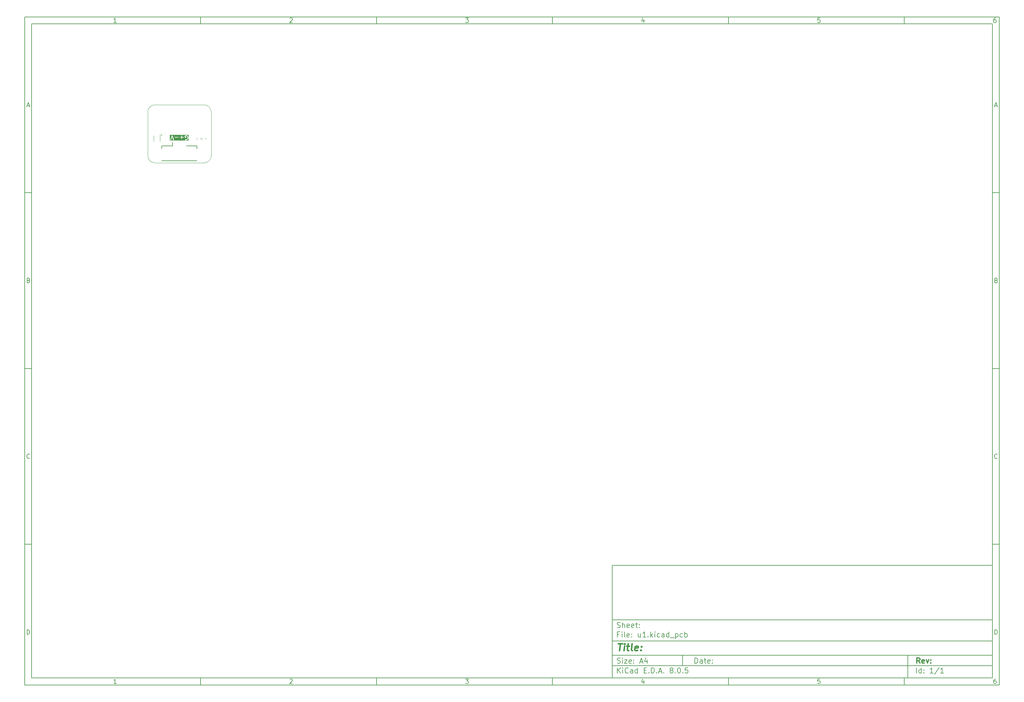
<source format=gto>
%TF.GenerationSoftware,KiCad,Pcbnew,8.0.5*%
%TF.CreationDate,2024-11-25T09:27:33+08:00*%
%TF.ProjectId,u1,75312e6b-6963-4616-945f-706362585858,rev?*%
%TF.SameCoordinates,PX2aea540PY2160ec0*%
%TF.FileFunction,Legend,Top*%
%TF.FilePolarity,Positive*%
%FSLAX46Y46*%
G04 Gerber Fmt 4.6, Leading zero omitted, Abs format (unit mm)*
G04 Created by KiCad (PCBNEW 8.0.5) date 2024-11-25 09:27:33*
%MOMM*%
%LPD*%
G01*
G04 APERTURE LIST*
%ADD10C,0.100000*%
%ADD11C,0.150000*%
%ADD12C,0.300000*%
%ADD13C,0.400000*%
%ADD14C,0.160000*%
%ADD15C,0.200000*%
%ADD16C,0.120000*%
%TA.AperFunction,Profile*%
%ADD17C,0.050000*%
%TD*%
G04 APERTURE END LIST*
D10*
D11*
X132002200Y-131007200D02*
X240002200Y-131007200D01*
X240002200Y-163007200D01*
X132002200Y-163007200D01*
X132002200Y-131007200D01*
D10*
D11*
X-35000000Y25000000D02*
X242002200Y25000000D01*
X242002200Y-165007200D01*
X-35000000Y-165007200D01*
X-35000000Y25000000D01*
D10*
D11*
X-33000000Y23000000D02*
X240002200Y23000000D01*
X240002200Y-163007200D01*
X-33000000Y-163007200D01*
X-33000000Y23000000D01*
D10*
D11*
X15000000Y23000000D02*
X15000000Y25000000D01*
D10*
D11*
X65000000Y23000000D02*
X65000000Y25000000D01*
D10*
D11*
X115000000Y23000000D02*
X115000000Y25000000D01*
D10*
D11*
X165000000Y23000000D02*
X165000000Y25000000D01*
D10*
D11*
X215000000Y23000000D02*
X215000000Y25000000D01*
D10*
D11*
X-8910840Y23406396D02*
X-9653697Y23406396D01*
X-9282269Y23406396D02*
X-9282269Y24706396D01*
X-9282269Y24706396D02*
X-9406078Y24520681D01*
X-9406078Y24520681D02*
X-9529888Y24396872D01*
X-9529888Y24396872D02*
X-9653697Y24334967D01*
D10*
D11*
X40346303Y24582586D02*
X40408207Y24644491D01*
X40408207Y24644491D02*
X40532017Y24706396D01*
X40532017Y24706396D02*
X40841541Y24706396D01*
X40841541Y24706396D02*
X40965350Y24644491D01*
X40965350Y24644491D02*
X41027255Y24582586D01*
X41027255Y24582586D02*
X41089160Y24458777D01*
X41089160Y24458777D02*
X41089160Y24334967D01*
X41089160Y24334967D02*
X41027255Y24149253D01*
X41027255Y24149253D02*
X40284398Y23406396D01*
X40284398Y23406396D02*
X41089160Y23406396D01*
D10*
D11*
X90284398Y24706396D02*
X91089160Y24706396D01*
X91089160Y24706396D02*
X90655826Y24211158D01*
X90655826Y24211158D02*
X90841541Y24211158D01*
X90841541Y24211158D02*
X90965350Y24149253D01*
X90965350Y24149253D02*
X91027255Y24087348D01*
X91027255Y24087348D02*
X91089160Y23963539D01*
X91089160Y23963539D02*
X91089160Y23654015D01*
X91089160Y23654015D02*
X91027255Y23530205D01*
X91027255Y23530205D02*
X90965350Y23468300D01*
X90965350Y23468300D02*
X90841541Y23406396D01*
X90841541Y23406396D02*
X90470112Y23406396D01*
X90470112Y23406396D02*
X90346303Y23468300D01*
X90346303Y23468300D02*
X90284398Y23530205D01*
D10*
D11*
X140965350Y24273062D02*
X140965350Y23406396D01*
X140655826Y24768300D02*
X140346303Y23839729D01*
X140346303Y23839729D02*
X141151064Y23839729D01*
D10*
D11*
X191027255Y24706396D02*
X190408207Y24706396D01*
X190408207Y24706396D02*
X190346303Y24087348D01*
X190346303Y24087348D02*
X190408207Y24149253D01*
X190408207Y24149253D02*
X190532017Y24211158D01*
X190532017Y24211158D02*
X190841541Y24211158D01*
X190841541Y24211158D02*
X190965350Y24149253D01*
X190965350Y24149253D02*
X191027255Y24087348D01*
X191027255Y24087348D02*
X191089160Y23963539D01*
X191089160Y23963539D02*
X191089160Y23654015D01*
X191089160Y23654015D02*
X191027255Y23530205D01*
X191027255Y23530205D02*
X190965350Y23468300D01*
X190965350Y23468300D02*
X190841541Y23406396D01*
X190841541Y23406396D02*
X190532017Y23406396D01*
X190532017Y23406396D02*
X190408207Y23468300D01*
X190408207Y23468300D02*
X190346303Y23530205D01*
D10*
D11*
X240965350Y24706396D02*
X240717731Y24706396D01*
X240717731Y24706396D02*
X240593922Y24644491D01*
X240593922Y24644491D02*
X240532017Y24582586D01*
X240532017Y24582586D02*
X240408207Y24396872D01*
X240408207Y24396872D02*
X240346303Y24149253D01*
X240346303Y24149253D02*
X240346303Y23654015D01*
X240346303Y23654015D02*
X240408207Y23530205D01*
X240408207Y23530205D02*
X240470112Y23468300D01*
X240470112Y23468300D02*
X240593922Y23406396D01*
X240593922Y23406396D02*
X240841541Y23406396D01*
X240841541Y23406396D02*
X240965350Y23468300D01*
X240965350Y23468300D02*
X241027255Y23530205D01*
X241027255Y23530205D02*
X241089160Y23654015D01*
X241089160Y23654015D02*
X241089160Y23963539D01*
X241089160Y23963539D02*
X241027255Y24087348D01*
X241027255Y24087348D02*
X240965350Y24149253D01*
X240965350Y24149253D02*
X240841541Y24211158D01*
X240841541Y24211158D02*
X240593922Y24211158D01*
X240593922Y24211158D02*
X240470112Y24149253D01*
X240470112Y24149253D02*
X240408207Y24087348D01*
X240408207Y24087348D02*
X240346303Y23963539D01*
D10*
D11*
X15000000Y-163007200D02*
X15000000Y-165007200D01*
D10*
D11*
X65000000Y-163007200D02*
X65000000Y-165007200D01*
D10*
D11*
X115000000Y-163007200D02*
X115000000Y-165007200D01*
D10*
D11*
X165000000Y-163007200D02*
X165000000Y-165007200D01*
D10*
D11*
X215000000Y-163007200D02*
X215000000Y-165007200D01*
D10*
D11*
X-8910840Y-164600804D02*
X-9653697Y-164600804D01*
X-9282269Y-164600804D02*
X-9282269Y-163300804D01*
X-9282269Y-163300804D02*
X-9406078Y-163486519D01*
X-9406078Y-163486519D02*
X-9529888Y-163610328D01*
X-9529888Y-163610328D02*
X-9653697Y-163672233D01*
D10*
D11*
X40346303Y-163424614D02*
X40408207Y-163362709D01*
X40408207Y-163362709D02*
X40532017Y-163300804D01*
X40532017Y-163300804D02*
X40841541Y-163300804D01*
X40841541Y-163300804D02*
X40965350Y-163362709D01*
X40965350Y-163362709D02*
X41027255Y-163424614D01*
X41027255Y-163424614D02*
X41089160Y-163548423D01*
X41089160Y-163548423D02*
X41089160Y-163672233D01*
X41089160Y-163672233D02*
X41027255Y-163857947D01*
X41027255Y-163857947D02*
X40284398Y-164600804D01*
X40284398Y-164600804D02*
X41089160Y-164600804D01*
D10*
D11*
X90284398Y-163300804D02*
X91089160Y-163300804D01*
X91089160Y-163300804D02*
X90655826Y-163796042D01*
X90655826Y-163796042D02*
X90841541Y-163796042D01*
X90841541Y-163796042D02*
X90965350Y-163857947D01*
X90965350Y-163857947D02*
X91027255Y-163919852D01*
X91027255Y-163919852D02*
X91089160Y-164043661D01*
X91089160Y-164043661D02*
X91089160Y-164353185D01*
X91089160Y-164353185D02*
X91027255Y-164476995D01*
X91027255Y-164476995D02*
X90965350Y-164538900D01*
X90965350Y-164538900D02*
X90841541Y-164600804D01*
X90841541Y-164600804D02*
X90470112Y-164600804D01*
X90470112Y-164600804D02*
X90346303Y-164538900D01*
X90346303Y-164538900D02*
X90284398Y-164476995D01*
D10*
D11*
X140965350Y-163734138D02*
X140965350Y-164600804D01*
X140655826Y-163238900D02*
X140346303Y-164167471D01*
X140346303Y-164167471D02*
X141151064Y-164167471D01*
D10*
D11*
X191027255Y-163300804D02*
X190408207Y-163300804D01*
X190408207Y-163300804D02*
X190346303Y-163919852D01*
X190346303Y-163919852D02*
X190408207Y-163857947D01*
X190408207Y-163857947D02*
X190532017Y-163796042D01*
X190532017Y-163796042D02*
X190841541Y-163796042D01*
X190841541Y-163796042D02*
X190965350Y-163857947D01*
X190965350Y-163857947D02*
X191027255Y-163919852D01*
X191027255Y-163919852D02*
X191089160Y-164043661D01*
X191089160Y-164043661D02*
X191089160Y-164353185D01*
X191089160Y-164353185D02*
X191027255Y-164476995D01*
X191027255Y-164476995D02*
X190965350Y-164538900D01*
X190965350Y-164538900D02*
X190841541Y-164600804D01*
X190841541Y-164600804D02*
X190532017Y-164600804D01*
X190532017Y-164600804D02*
X190408207Y-164538900D01*
X190408207Y-164538900D02*
X190346303Y-164476995D01*
D10*
D11*
X240965350Y-163300804D02*
X240717731Y-163300804D01*
X240717731Y-163300804D02*
X240593922Y-163362709D01*
X240593922Y-163362709D02*
X240532017Y-163424614D01*
X240532017Y-163424614D02*
X240408207Y-163610328D01*
X240408207Y-163610328D02*
X240346303Y-163857947D01*
X240346303Y-163857947D02*
X240346303Y-164353185D01*
X240346303Y-164353185D02*
X240408207Y-164476995D01*
X240408207Y-164476995D02*
X240470112Y-164538900D01*
X240470112Y-164538900D02*
X240593922Y-164600804D01*
X240593922Y-164600804D02*
X240841541Y-164600804D01*
X240841541Y-164600804D02*
X240965350Y-164538900D01*
X240965350Y-164538900D02*
X241027255Y-164476995D01*
X241027255Y-164476995D02*
X241089160Y-164353185D01*
X241089160Y-164353185D02*
X241089160Y-164043661D01*
X241089160Y-164043661D02*
X241027255Y-163919852D01*
X241027255Y-163919852D02*
X240965350Y-163857947D01*
X240965350Y-163857947D02*
X240841541Y-163796042D01*
X240841541Y-163796042D02*
X240593922Y-163796042D01*
X240593922Y-163796042D02*
X240470112Y-163857947D01*
X240470112Y-163857947D02*
X240408207Y-163919852D01*
X240408207Y-163919852D02*
X240346303Y-164043661D01*
D10*
D11*
X-35000000Y-25000000D02*
X-33000000Y-25000000D01*
D10*
D11*
X-35000000Y-75000000D02*
X-33000000Y-75000000D01*
D10*
D11*
X-35000000Y-125000000D02*
X-33000000Y-125000000D01*
D10*
D11*
X-34309524Y-222176D02*
X-33690477Y-222176D01*
X-34433334Y-593604D02*
X-34000001Y706396D01*
X-34000001Y706396D02*
X-33566667Y-593604D01*
D10*
D11*
X-33907143Y-49912652D02*
X-33721429Y-49974557D01*
X-33721429Y-49974557D02*
X-33659524Y-50036461D01*
X-33659524Y-50036461D02*
X-33597620Y-50160271D01*
X-33597620Y-50160271D02*
X-33597620Y-50345985D01*
X-33597620Y-50345985D02*
X-33659524Y-50469795D01*
X-33659524Y-50469795D02*
X-33721429Y-50531700D01*
X-33721429Y-50531700D02*
X-33845239Y-50593604D01*
X-33845239Y-50593604D02*
X-34340477Y-50593604D01*
X-34340477Y-50593604D02*
X-34340477Y-49293604D01*
X-34340477Y-49293604D02*
X-33907143Y-49293604D01*
X-33907143Y-49293604D02*
X-33783334Y-49355509D01*
X-33783334Y-49355509D02*
X-33721429Y-49417414D01*
X-33721429Y-49417414D02*
X-33659524Y-49541223D01*
X-33659524Y-49541223D02*
X-33659524Y-49665033D01*
X-33659524Y-49665033D02*
X-33721429Y-49788842D01*
X-33721429Y-49788842D02*
X-33783334Y-49850747D01*
X-33783334Y-49850747D02*
X-33907143Y-49912652D01*
X-33907143Y-49912652D02*
X-34340477Y-49912652D01*
D10*
D11*
X-33597620Y-100469795D02*
X-33659524Y-100531700D01*
X-33659524Y-100531700D02*
X-33845239Y-100593604D01*
X-33845239Y-100593604D02*
X-33969048Y-100593604D01*
X-33969048Y-100593604D02*
X-34154762Y-100531700D01*
X-34154762Y-100531700D02*
X-34278572Y-100407890D01*
X-34278572Y-100407890D02*
X-34340477Y-100284080D01*
X-34340477Y-100284080D02*
X-34402381Y-100036461D01*
X-34402381Y-100036461D02*
X-34402381Y-99850747D01*
X-34402381Y-99850747D02*
X-34340477Y-99603128D01*
X-34340477Y-99603128D02*
X-34278572Y-99479319D01*
X-34278572Y-99479319D02*
X-34154762Y-99355509D01*
X-34154762Y-99355509D02*
X-33969048Y-99293604D01*
X-33969048Y-99293604D02*
X-33845239Y-99293604D01*
X-33845239Y-99293604D02*
X-33659524Y-99355509D01*
X-33659524Y-99355509D02*
X-33597620Y-99417414D01*
D10*
D11*
X-34340477Y-150593604D02*
X-34340477Y-149293604D01*
X-34340477Y-149293604D02*
X-34030953Y-149293604D01*
X-34030953Y-149293604D02*
X-33845239Y-149355509D01*
X-33845239Y-149355509D02*
X-33721429Y-149479319D01*
X-33721429Y-149479319D02*
X-33659524Y-149603128D01*
X-33659524Y-149603128D02*
X-33597620Y-149850747D01*
X-33597620Y-149850747D02*
X-33597620Y-150036461D01*
X-33597620Y-150036461D02*
X-33659524Y-150284080D01*
X-33659524Y-150284080D02*
X-33721429Y-150407890D01*
X-33721429Y-150407890D02*
X-33845239Y-150531700D01*
X-33845239Y-150531700D02*
X-34030953Y-150593604D01*
X-34030953Y-150593604D02*
X-34340477Y-150593604D01*
D10*
D11*
X242002200Y-25000000D02*
X240002200Y-25000000D01*
D10*
D11*
X242002200Y-75000000D02*
X240002200Y-75000000D01*
D10*
D11*
X242002200Y-125000000D02*
X240002200Y-125000000D01*
D10*
D11*
X240692676Y-222176D02*
X241311723Y-222176D01*
X240568866Y-593604D02*
X241002199Y706396D01*
X241002199Y706396D02*
X241435533Y-593604D01*
D10*
D11*
X241095057Y-49912652D02*
X241280771Y-49974557D01*
X241280771Y-49974557D02*
X241342676Y-50036461D01*
X241342676Y-50036461D02*
X241404580Y-50160271D01*
X241404580Y-50160271D02*
X241404580Y-50345985D01*
X241404580Y-50345985D02*
X241342676Y-50469795D01*
X241342676Y-50469795D02*
X241280771Y-50531700D01*
X241280771Y-50531700D02*
X241156961Y-50593604D01*
X241156961Y-50593604D02*
X240661723Y-50593604D01*
X240661723Y-50593604D02*
X240661723Y-49293604D01*
X240661723Y-49293604D02*
X241095057Y-49293604D01*
X241095057Y-49293604D02*
X241218866Y-49355509D01*
X241218866Y-49355509D02*
X241280771Y-49417414D01*
X241280771Y-49417414D02*
X241342676Y-49541223D01*
X241342676Y-49541223D02*
X241342676Y-49665033D01*
X241342676Y-49665033D02*
X241280771Y-49788842D01*
X241280771Y-49788842D02*
X241218866Y-49850747D01*
X241218866Y-49850747D02*
X241095057Y-49912652D01*
X241095057Y-49912652D02*
X240661723Y-49912652D01*
D10*
D11*
X241404580Y-100469795D02*
X241342676Y-100531700D01*
X241342676Y-100531700D02*
X241156961Y-100593604D01*
X241156961Y-100593604D02*
X241033152Y-100593604D01*
X241033152Y-100593604D02*
X240847438Y-100531700D01*
X240847438Y-100531700D02*
X240723628Y-100407890D01*
X240723628Y-100407890D02*
X240661723Y-100284080D01*
X240661723Y-100284080D02*
X240599819Y-100036461D01*
X240599819Y-100036461D02*
X240599819Y-99850747D01*
X240599819Y-99850747D02*
X240661723Y-99603128D01*
X240661723Y-99603128D02*
X240723628Y-99479319D01*
X240723628Y-99479319D02*
X240847438Y-99355509D01*
X240847438Y-99355509D02*
X241033152Y-99293604D01*
X241033152Y-99293604D02*
X241156961Y-99293604D01*
X241156961Y-99293604D02*
X241342676Y-99355509D01*
X241342676Y-99355509D02*
X241404580Y-99417414D01*
D10*
D11*
X240661723Y-150593604D02*
X240661723Y-149293604D01*
X240661723Y-149293604D02*
X240971247Y-149293604D01*
X240971247Y-149293604D02*
X241156961Y-149355509D01*
X241156961Y-149355509D02*
X241280771Y-149479319D01*
X241280771Y-149479319D02*
X241342676Y-149603128D01*
X241342676Y-149603128D02*
X241404580Y-149850747D01*
X241404580Y-149850747D02*
X241404580Y-150036461D01*
X241404580Y-150036461D02*
X241342676Y-150284080D01*
X241342676Y-150284080D02*
X241280771Y-150407890D01*
X241280771Y-150407890D02*
X241156961Y-150531700D01*
X241156961Y-150531700D02*
X240971247Y-150593604D01*
X240971247Y-150593604D02*
X240661723Y-150593604D01*
D10*
D11*
X155458026Y-158793328D02*
X155458026Y-157293328D01*
X155458026Y-157293328D02*
X155815169Y-157293328D01*
X155815169Y-157293328D02*
X156029455Y-157364757D01*
X156029455Y-157364757D02*
X156172312Y-157507614D01*
X156172312Y-157507614D02*
X156243741Y-157650471D01*
X156243741Y-157650471D02*
X156315169Y-157936185D01*
X156315169Y-157936185D02*
X156315169Y-158150471D01*
X156315169Y-158150471D02*
X156243741Y-158436185D01*
X156243741Y-158436185D02*
X156172312Y-158579042D01*
X156172312Y-158579042D02*
X156029455Y-158721900D01*
X156029455Y-158721900D02*
X155815169Y-158793328D01*
X155815169Y-158793328D02*
X155458026Y-158793328D01*
X157600884Y-158793328D02*
X157600884Y-158007614D01*
X157600884Y-158007614D02*
X157529455Y-157864757D01*
X157529455Y-157864757D02*
X157386598Y-157793328D01*
X157386598Y-157793328D02*
X157100884Y-157793328D01*
X157100884Y-157793328D02*
X156958026Y-157864757D01*
X157600884Y-158721900D02*
X157458026Y-158793328D01*
X157458026Y-158793328D02*
X157100884Y-158793328D01*
X157100884Y-158793328D02*
X156958026Y-158721900D01*
X156958026Y-158721900D02*
X156886598Y-158579042D01*
X156886598Y-158579042D02*
X156886598Y-158436185D01*
X156886598Y-158436185D02*
X156958026Y-158293328D01*
X156958026Y-158293328D02*
X157100884Y-158221900D01*
X157100884Y-158221900D02*
X157458026Y-158221900D01*
X157458026Y-158221900D02*
X157600884Y-158150471D01*
X158100884Y-157793328D02*
X158672312Y-157793328D01*
X158315169Y-157293328D02*
X158315169Y-158579042D01*
X158315169Y-158579042D02*
X158386598Y-158721900D01*
X158386598Y-158721900D02*
X158529455Y-158793328D01*
X158529455Y-158793328D02*
X158672312Y-158793328D01*
X159743741Y-158721900D02*
X159600884Y-158793328D01*
X159600884Y-158793328D02*
X159315170Y-158793328D01*
X159315170Y-158793328D02*
X159172312Y-158721900D01*
X159172312Y-158721900D02*
X159100884Y-158579042D01*
X159100884Y-158579042D02*
X159100884Y-158007614D01*
X159100884Y-158007614D02*
X159172312Y-157864757D01*
X159172312Y-157864757D02*
X159315170Y-157793328D01*
X159315170Y-157793328D02*
X159600884Y-157793328D01*
X159600884Y-157793328D02*
X159743741Y-157864757D01*
X159743741Y-157864757D02*
X159815170Y-158007614D01*
X159815170Y-158007614D02*
X159815170Y-158150471D01*
X159815170Y-158150471D02*
X159100884Y-158293328D01*
X160458026Y-158650471D02*
X160529455Y-158721900D01*
X160529455Y-158721900D02*
X160458026Y-158793328D01*
X160458026Y-158793328D02*
X160386598Y-158721900D01*
X160386598Y-158721900D02*
X160458026Y-158650471D01*
X160458026Y-158650471D02*
X160458026Y-158793328D01*
X160458026Y-157864757D02*
X160529455Y-157936185D01*
X160529455Y-157936185D02*
X160458026Y-158007614D01*
X160458026Y-158007614D02*
X160386598Y-157936185D01*
X160386598Y-157936185D02*
X160458026Y-157864757D01*
X160458026Y-157864757D02*
X160458026Y-158007614D01*
D10*
D11*
X132002200Y-159507200D02*
X240002200Y-159507200D01*
D10*
D11*
X133458026Y-161593328D02*
X133458026Y-160093328D01*
X134315169Y-161593328D02*
X133672312Y-160736185D01*
X134315169Y-160093328D02*
X133458026Y-160950471D01*
X134958026Y-161593328D02*
X134958026Y-160593328D01*
X134958026Y-160093328D02*
X134886598Y-160164757D01*
X134886598Y-160164757D02*
X134958026Y-160236185D01*
X134958026Y-160236185D02*
X135029455Y-160164757D01*
X135029455Y-160164757D02*
X134958026Y-160093328D01*
X134958026Y-160093328D02*
X134958026Y-160236185D01*
X136529455Y-161450471D02*
X136458027Y-161521900D01*
X136458027Y-161521900D02*
X136243741Y-161593328D01*
X136243741Y-161593328D02*
X136100884Y-161593328D01*
X136100884Y-161593328D02*
X135886598Y-161521900D01*
X135886598Y-161521900D02*
X135743741Y-161379042D01*
X135743741Y-161379042D02*
X135672312Y-161236185D01*
X135672312Y-161236185D02*
X135600884Y-160950471D01*
X135600884Y-160950471D02*
X135600884Y-160736185D01*
X135600884Y-160736185D02*
X135672312Y-160450471D01*
X135672312Y-160450471D02*
X135743741Y-160307614D01*
X135743741Y-160307614D02*
X135886598Y-160164757D01*
X135886598Y-160164757D02*
X136100884Y-160093328D01*
X136100884Y-160093328D02*
X136243741Y-160093328D01*
X136243741Y-160093328D02*
X136458027Y-160164757D01*
X136458027Y-160164757D02*
X136529455Y-160236185D01*
X137815170Y-161593328D02*
X137815170Y-160807614D01*
X137815170Y-160807614D02*
X137743741Y-160664757D01*
X137743741Y-160664757D02*
X137600884Y-160593328D01*
X137600884Y-160593328D02*
X137315170Y-160593328D01*
X137315170Y-160593328D02*
X137172312Y-160664757D01*
X137815170Y-161521900D02*
X137672312Y-161593328D01*
X137672312Y-161593328D02*
X137315170Y-161593328D01*
X137315170Y-161593328D02*
X137172312Y-161521900D01*
X137172312Y-161521900D02*
X137100884Y-161379042D01*
X137100884Y-161379042D02*
X137100884Y-161236185D01*
X137100884Y-161236185D02*
X137172312Y-161093328D01*
X137172312Y-161093328D02*
X137315170Y-161021900D01*
X137315170Y-161021900D02*
X137672312Y-161021900D01*
X137672312Y-161021900D02*
X137815170Y-160950471D01*
X139172313Y-161593328D02*
X139172313Y-160093328D01*
X139172313Y-161521900D02*
X139029455Y-161593328D01*
X139029455Y-161593328D02*
X138743741Y-161593328D01*
X138743741Y-161593328D02*
X138600884Y-161521900D01*
X138600884Y-161521900D02*
X138529455Y-161450471D01*
X138529455Y-161450471D02*
X138458027Y-161307614D01*
X138458027Y-161307614D02*
X138458027Y-160879042D01*
X138458027Y-160879042D02*
X138529455Y-160736185D01*
X138529455Y-160736185D02*
X138600884Y-160664757D01*
X138600884Y-160664757D02*
X138743741Y-160593328D01*
X138743741Y-160593328D02*
X139029455Y-160593328D01*
X139029455Y-160593328D02*
X139172313Y-160664757D01*
X141029455Y-160807614D02*
X141529455Y-160807614D01*
X141743741Y-161593328D02*
X141029455Y-161593328D01*
X141029455Y-161593328D02*
X141029455Y-160093328D01*
X141029455Y-160093328D02*
X141743741Y-160093328D01*
X142386598Y-161450471D02*
X142458027Y-161521900D01*
X142458027Y-161521900D02*
X142386598Y-161593328D01*
X142386598Y-161593328D02*
X142315170Y-161521900D01*
X142315170Y-161521900D02*
X142386598Y-161450471D01*
X142386598Y-161450471D02*
X142386598Y-161593328D01*
X143100884Y-161593328D02*
X143100884Y-160093328D01*
X143100884Y-160093328D02*
X143458027Y-160093328D01*
X143458027Y-160093328D02*
X143672313Y-160164757D01*
X143672313Y-160164757D02*
X143815170Y-160307614D01*
X143815170Y-160307614D02*
X143886599Y-160450471D01*
X143886599Y-160450471D02*
X143958027Y-160736185D01*
X143958027Y-160736185D02*
X143958027Y-160950471D01*
X143958027Y-160950471D02*
X143886599Y-161236185D01*
X143886599Y-161236185D02*
X143815170Y-161379042D01*
X143815170Y-161379042D02*
X143672313Y-161521900D01*
X143672313Y-161521900D02*
X143458027Y-161593328D01*
X143458027Y-161593328D02*
X143100884Y-161593328D01*
X144600884Y-161450471D02*
X144672313Y-161521900D01*
X144672313Y-161521900D02*
X144600884Y-161593328D01*
X144600884Y-161593328D02*
X144529456Y-161521900D01*
X144529456Y-161521900D02*
X144600884Y-161450471D01*
X144600884Y-161450471D02*
X144600884Y-161593328D01*
X145243742Y-161164757D02*
X145958028Y-161164757D01*
X145100885Y-161593328D02*
X145600885Y-160093328D01*
X145600885Y-160093328D02*
X146100885Y-161593328D01*
X146600884Y-161450471D02*
X146672313Y-161521900D01*
X146672313Y-161521900D02*
X146600884Y-161593328D01*
X146600884Y-161593328D02*
X146529456Y-161521900D01*
X146529456Y-161521900D02*
X146600884Y-161450471D01*
X146600884Y-161450471D02*
X146600884Y-161593328D01*
X148672313Y-160736185D02*
X148529456Y-160664757D01*
X148529456Y-160664757D02*
X148458027Y-160593328D01*
X148458027Y-160593328D02*
X148386599Y-160450471D01*
X148386599Y-160450471D02*
X148386599Y-160379042D01*
X148386599Y-160379042D02*
X148458027Y-160236185D01*
X148458027Y-160236185D02*
X148529456Y-160164757D01*
X148529456Y-160164757D02*
X148672313Y-160093328D01*
X148672313Y-160093328D02*
X148958027Y-160093328D01*
X148958027Y-160093328D02*
X149100885Y-160164757D01*
X149100885Y-160164757D02*
X149172313Y-160236185D01*
X149172313Y-160236185D02*
X149243742Y-160379042D01*
X149243742Y-160379042D02*
X149243742Y-160450471D01*
X149243742Y-160450471D02*
X149172313Y-160593328D01*
X149172313Y-160593328D02*
X149100885Y-160664757D01*
X149100885Y-160664757D02*
X148958027Y-160736185D01*
X148958027Y-160736185D02*
X148672313Y-160736185D01*
X148672313Y-160736185D02*
X148529456Y-160807614D01*
X148529456Y-160807614D02*
X148458027Y-160879042D01*
X148458027Y-160879042D02*
X148386599Y-161021900D01*
X148386599Y-161021900D02*
X148386599Y-161307614D01*
X148386599Y-161307614D02*
X148458027Y-161450471D01*
X148458027Y-161450471D02*
X148529456Y-161521900D01*
X148529456Y-161521900D02*
X148672313Y-161593328D01*
X148672313Y-161593328D02*
X148958027Y-161593328D01*
X148958027Y-161593328D02*
X149100885Y-161521900D01*
X149100885Y-161521900D02*
X149172313Y-161450471D01*
X149172313Y-161450471D02*
X149243742Y-161307614D01*
X149243742Y-161307614D02*
X149243742Y-161021900D01*
X149243742Y-161021900D02*
X149172313Y-160879042D01*
X149172313Y-160879042D02*
X149100885Y-160807614D01*
X149100885Y-160807614D02*
X148958027Y-160736185D01*
X149886598Y-161450471D02*
X149958027Y-161521900D01*
X149958027Y-161521900D02*
X149886598Y-161593328D01*
X149886598Y-161593328D02*
X149815170Y-161521900D01*
X149815170Y-161521900D02*
X149886598Y-161450471D01*
X149886598Y-161450471D02*
X149886598Y-161593328D01*
X150886599Y-160093328D02*
X151029456Y-160093328D01*
X151029456Y-160093328D02*
X151172313Y-160164757D01*
X151172313Y-160164757D02*
X151243742Y-160236185D01*
X151243742Y-160236185D02*
X151315170Y-160379042D01*
X151315170Y-160379042D02*
X151386599Y-160664757D01*
X151386599Y-160664757D02*
X151386599Y-161021900D01*
X151386599Y-161021900D02*
X151315170Y-161307614D01*
X151315170Y-161307614D02*
X151243742Y-161450471D01*
X151243742Y-161450471D02*
X151172313Y-161521900D01*
X151172313Y-161521900D02*
X151029456Y-161593328D01*
X151029456Y-161593328D02*
X150886599Y-161593328D01*
X150886599Y-161593328D02*
X150743742Y-161521900D01*
X150743742Y-161521900D02*
X150672313Y-161450471D01*
X150672313Y-161450471D02*
X150600884Y-161307614D01*
X150600884Y-161307614D02*
X150529456Y-161021900D01*
X150529456Y-161021900D02*
X150529456Y-160664757D01*
X150529456Y-160664757D02*
X150600884Y-160379042D01*
X150600884Y-160379042D02*
X150672313Y-160236185D01*
X150672313Y-160236185D02*
X150743742Y-160164757D01*
X150743742Y-160164757D02*
X150886599Y-160093328D01*
X152029455Y-161450471D02*
X152100884Y-161521900D01*
X152100884Y-161521900D02*
X152029455Y-161593328D01*
X152029455Y-161593328D02*
X151958027Y-161521900D01*
X151958027Y-161521900D02*
X152029455Y-161450471D01*
X152029455Y-161450471D02*
X152029455Y-161593328D01*
X153458027Y-160093328D02*
X152743741Y-160093328D01*
X152743741Y-160093328D02*
X152672313Y-160807614D01*
X152672313Y-160807614D02*
X152743741Y-160736185D01*
X152743741Y-160736185D02*
X152886599Y-160664757D01*
X152886599Y-160664757D02*
X153243741Y-160664757D01*
X153243741Y-160664757D02*
X153386599Y-160736185D01*
X153386599Y-160736185D02*
X153458027Y-160807614D01*
X153458027Y-160807614D02*
X153529456Y-160950471D01*
X153529456Y-160950471D02*
X153529456Y-161307614D01*
X153529456Y-161307614D02*
X153458027Y-161450471D01*
X153458027Y-161450471D02*
X153386599Y-161521900D01*
X153386599Y-161521900D02*
X153243741Y-161593328D01*
X153243741Y-161593328D02*
X152886599Y-161593328D01*
X152886599Y-161593328D02*
X152743741Y-161521900D01*
X152743741Y-161521900D02*
X152672313Y-161450471D01*
D10*
D11*
X132002200Y-156507200D02*
X240002200Y-156507200D01*
D10*
D12*
X219413853Y-158785528D02*
X218913853Y-158071242D01*
X218556710Y-158785528D02*
X218556710Y-157285528D01*
X218556710Y-157285528D02*
X219128139Y-157285528D01*
X219128139Y-157285528D02*
X219270996Y-157356957D01*
X219270996Y-157356957D02*
X219342425Y-157428385D01*
X219342425Y-157428385D02*
X219413853Y-157571242D01*
X219413853Y-157571242D02*
X219413853Y-157785528D01*
X219413853Y-157785528D02*
X219342425Y-157928385D01*
X219342425Y-157928385D02*
X219270996Y-157999814D01*
X219270996Y-157999814D02*
X219128139Y-158071242D01*
X219128139Y-158071242D02*
X218556710Y-158071242D01*
X220628139Y-158714100D02*
X220485282Y-158785528D01*
X220485282Y-158785528D02*
X220199568Y-158785528D01*
X220199568Y-158785528D02*
X220056710Y-158714100D01*
X220056710Y-158714100D02*
X219985282Y-158571242D01*
X219985282Y-158571242D02*
X219985282Y-157999814D01*
X219985282Y-157999814D02*
X220056710Y-157856957D01*
X220056710Y-157856957D02*
X220199568Y-157785528D01*
X220199568Y-157785528D02*
X220485282Y-157785528D01*
X220485282Y-157785528D02*
X220628139Y-157856957D01*
X220628139Y-157856957D02*
X220699568Y-157999814D01*
X220699568Y-157999814D02*
X220699568Y-158142671D01*
X220699568Y-158142671D02*
X219985282Y-158285528D01*
X221199567Y-157785528D02*
X221556710Y-158785528D01*
X221556710Y-158785528D02*
X221913853Y-157785528D01*
X222485281Y-158642671D02*
X222556710Y-158714100D01*
X222556710Y-158714100D02*
X222485281Y-158785528D01*
X222485281Y-158785528D02*
X222413853Y-158714100D01*
X222413853Y-158714100D02*
X222485281Y-158642671D01*
X222485281Y-158642671D02*
X222485281Y-158785528D01*
X222485281Y-157856957D02*
X222556710Y-157928385D01*
X222556710Y-157928385D02*
X222485281Y-157999814D01*
X222485281Y-157999814D02*
X222413853Y-157928385D01*
X222413853Y-157928385D02*
X222485281Y-157856957D01*
X222485281Y-157856957D02*
X222485281Y-157999814D01*
D10*
D11*
X133386598Y-158721900D02*
X133600884Y-158793328D01*
X133600884Y-158793328D02*
X133958026Y-158793328D01*
X133958026Y-158793328D02*
X134100884Y-158721900D01*
X134100884Y-158721900D02*
X134172312Y-158650471D01*
X134172312Y-158650471D02*
X134243741Y-158507614D01*
X134243741Y-158507614D02*
X134243741Y-158364757D01*
X134243741Y-158364757D02*
X134172312Y-158221900D01*
X134172312Y-158221900D02*
X134100884Y-158150471D01*
X134100884Y-158150471D02*
X133958026Y-158079042D01*
X133958026Y-158079042D02*
X133672312Y-158007614D01*
X133672312Y-158007614D02*
X133529455Y-157936185D01*
X133529455Y-157936185D02*
X133458026Y-157864757D01*
X133458026Y-157864757D02*
X133386598Y-157721900D01*
X133386598Y-157721900D02*
X133386598Y-157579042D01*
X133386598Y-157579042D02*
X133458026Y-157436185D01*
X133458026Y-157436185D02*
X133529455Y-157364757D01*
X133529455Y-157364757D02*
X133672312Y-157293328D01*
X133672312Y-157293328D02*
X134029455Y-157293328D01*
X134029455Y-157293328D02*
X134243741Y-157364757D01*
X134886597Y-158793328D02*
X134886597Y-157793328D01*
X134886597Y-157293328D02*
X134815169Y-157364757D01*
X134815169Y-157364757D02*
X134886597Y-157436185D01*
X134886597Y-157436185D02*
X134958026Y-157364757D01*
X134958026Y-157364757D02*
X134886597Y-157293328D01*
X134886597Y-157293328D02*
X134886597Y-157436185D01*
X135458026Y-157793328D02*
X136243741Y-157793328D01*
X136243741Y-157793328D02*
X135458026Y-158793328D01*
X135458026Y-158793328D02*
X136243741Y-158793328D01*
X137386598Y-158721900D02*
X137243741Y-158793328D01*
X137243741Y-158793328D02*
X136958027Y-158793328D01*
X136958027Y-158793328D02*
X136815169Y-158721900D01*
X136815169Y-158721900D02*
X136743741Y-158579042D01*
X136743741Y-158579042D02*
X136743741Y-158007614D01*
X136743741Y-158007614D02*
X136815169Y-157864757D01*
X136815169Y-157864757D02*
X136958027Y-157793328D01*
X136958027Y-157793328D02*
X137243741Y-157793328D01*
X137243741Y-157793328D02*
X137386598Y-157864757D01*
X137386598Y-157864757D02*
X137458027Y-158007614D01*
X137458027Y-158007614D02*
X137458027Y-158150471D01*
X137458027Y-158150471D02*
X136743741Y-158293328D01*
X138100883Y-158650471D02*
X138172312Y-158721900D01*
X138172312Y-158721900D02*
X138100883Y-158793328D01*
X138100883Y-158793328D02*
X138029455Y-158721900D01*
X138029455Y-158721900D02*
X138100883Y-158650471D01*
X138100883Y-158650471D02*
X138100883Y-158793328D01*
X138100883Y-157864757D02*
X138172312Y-157936185D01*
X138172312Y-157936185D02*
X138100883Y-158007614D01*
X138100883Y-158007614D02*
X138029455Y-157936185D01*
X138029455Y-157936185D02*
X138100883Y-157864757D01*
X138100883Y-157864757D02*
X138100883Y-158007614D01*
X139886598Y-158364757D02*
X140600884Y-158364757D01*
X139743741Y-158793328D02*
X140243741Y-157293328D01*
X140243741Y-157293328D02*
X140743741Y-158793328D01*
X141886598Y-157793328D02*
X141886598Y-158793328D01*
X141529455Y-157221900D02*
X141172312Y-158293328D01*
X141172312Y-158293328D02*
X142100883Y-158293328D01*
D10*
D11*
X218458026Y-161593328D02*
X218458026Y-160093328D01*
X219815170Y-161593328D02*
X219815170Y-160093328D01*
X219815170Y-161521900D02*
X219672312Y-161593328D01*
X219672312Y-161593328D02*
X219386598Y-161593328D01*
X219386598Y-161593328D02*
X219243741Y-161521900D01*
X219243741Y-161521900D02*
X219172312Y-161450471D01*
X219172312Y-161450471D02*
X219100884Y-161307614D01*
X219100884Y-161307614D02*
X219100884Y-160879042D01*
X219100884Y-160879042D02*
X219172312Y-160736185D01*
X219172312Y-160736185D02*
X219243741Y-160664757D01*
X219243741Y-160664757D02*
X219386598Y-160593328D01*
X219386598Y-160593328D02*
X219672312Y-160593328D01*
X219672312Y-160593328D02*
X219815170Y-160664757D01*
X220529455Y-161450471D02*
X220600884Y-161521900D01*
X220600884Y-161521900D02*
X220529455Y-161593328D01*
X220529455Y-161593328D02*
X220458027Y-161521900D01*
X220458027Y-161521900D02*
X220529455Y-161450471D01*
X220529455Y-161450471D02*
X220529455Y-161593328D01*
X220529455Y-160664757D02*
X220600884Y-160736185D01*
X220600884Y-160736185D02*
X220529455Y-160807614D01*
X220529455Y-160807614D02*
X220458027Y-160736185D01*
X220458027Y-160736185D02*
X220529455Y-160664757D01*
X220529455Y-160664757D02*
X220529455Y-160807614D01*
X223172313Y-161593328D02*
X222315170Y-161593328D01*
X222743741Y-161593328D02*
X222743741Y-160093328D01*
X222743741Y-160093328D02*
X222600884Y-160307614D01*
X222600884Y-160307614D02*
X222458027Y-160450471D01*
X222458027Y-160450471D02*
X222315170Y-160521900D01*
X224886598Y-160021900D02*
X223600884Y-161950471D01*
X226172313Y-161593328D02*
X225315170Y-161593328D01*
X225743741Y-161593328D02*
X225743741Y-160093328D01*
X225743741Y-160093328D02*
X225600884Y-160307614D01*
X225600884Y-160307614D02*
X225458027Y-160450471D01*
X225458027Y-160450471D02*
X225315170Y-160521900D01*
D10*
D11*
X132002200Y-152507200D02*
X240002200Y-152507200D01*
D10*
D13*
X133693928Y-153211638D02*
X134836785Y-153211638D01*
X134015357Y-155211638D02*
X134265357Y-153211638D01*
X135253452Y-155211638D02*
X135420119Y-153878304D01*
X135503452Y-153211638D02*
X135396309Y-153306876D01*
X135396309Y-153306876D02*
X135479643Y-153402114D01*
X135479643Y-153402114D02*
X135586786Y-153306876D01*
X135586786Y-153306876D02*
X135503452Y-153211638D01*
X135503452Y-153211638D02*
X135479643Y-153402114D01*
X136086786Y-153878304D02*
X136848690Y-153878304D01*
X136455833Y-153211638D02*
X136241548Y-154925923D01*
X136241548Y-154925923D02*
X136312976Y-155116400D01*
X136312976Y-155116400D02*
X136491548Y-155211638D01*
X136491548Y-155211638D02*
X136682024Y-155211638D01*
X137634405Y-155211638D02*
X137455833Y-155116400D01*
X137455833Y-155116400D02*
X137384405Y-154925923D01*
X137384405Y-154925923D02*
X137598690Y-153211638D01*
X139170119Y-155116400D02*
X138967738Y-155211638D01*
X138967738Y-155211638D02*
X138586785Y-155211638D01*
X138586785Y-155211638D02*
X138408214Y-155116400D01*
X138408214Y-155116400D02*
X138336785Y-154925923D01*
X138336785Y-154925923D02*
X138432024Y-154164019D01*
X138432024Y-154164019D02*
X138551071Y-153973542D01*
X138551071Y-153973542D02*
X138753452Y-153878304D01*
X138753452Y-153878304D02*
X139134404Y-153878304D01*
X139134404Y-153878304D02*
X139312976Y-153973542D01*
X139312976Y-153973542D02*
X139384404Y-154164019D01*
X139384404Y-154164019D02*
X139360595Y-154354495D01*
X139360595Y-154354495D02*
X138384404Y-154544971D01*
X140134405Y-155021161D02*
X140217738Y-155116400D01*
X140217738Y-155116400D02*
X140110595Y-155211638D01*
X140110595Y-155211638D02*
X140027262Y-155116400D01*
X140027262Y-155116400D02*
X140134405Y-155021161D01*
X140134405Y-155021161D02*
X140110595Y-155211638D01*
X140265357Y-153973542D02*
X140348690Y-154068780D01*
X140348690Y-154068780D02*
X140241548Y-154164019D01*
X140241548Y-154164019D02*
X140158214Y-154068780D01*
X140158214Y-154068780D02*
X140265357Y-153973542D01*
X140265357Y-153973542D02*
X140241548Y-154164019D01*
D10*
D11*
X133958026Y-150607614D02*
X133458026Y-150607614D01*
X133458026Y-151393328D02*
X133458026Y-149893328D01*
X133458026Y-149893328D02*
X134172312Y-149893328D01*
X134743740Y-151393328D02*
X134743740Y-150393328D01*
X134743740Y-149893328D02*
X134672312Y-149964757D01*
X134672312Y-149964757D02*
X134743740Y-150036185D01*
X134743740Y-150036185D02*
X134815169Y-149964757D01*
X134815169Y-149964757D02*
X134743740Y-149893328D01*
X134743740Y-149893328D02*
X134743740Y-150036185D01*
X135672312Y-151393328D02*
X135529455Y-151321900D01*
X135529455Y-151321900D02*
X135458026Y-151179042D01*
X135458026Y-151179042D02*
X135458026Y-149893328D01*
X136815169Y-151321900D02*
X136672312Y-151393328D01*
X136672312Y-151393328D02*
X136386598Y-151393328D01*
X136386598Y-151393328D02*
X136243740Y-151321900D01*
X136243740Y-151321900D02*
X136172312Y-151179042D01*
X136172312Y-151179042D02*
X136172312Y-150607614D01*
X136172312Y-150607614D02*
X136243740Y-150464757D01*
X136243740Y-150464757D02*
X136386598Y-150393328D01*
X136386598Y-150393328D02*
X136672312Y-150393328D01*
X136672312Y-150393328D02*
X136815169Y-150464757D01*
X136815169Y-150464757D02*
X136886598Y-150607614D01*
X136886598Y-150607614D02*
X136886598Y-150750471D01*
X136886598Y-150750471D02*
X136172312Y-150893328D01*
X137529454Y-151250471D02*
X137600883Y-151321900D01*
X137600883Y-151321900D02*
X137529454Y-151393328D01*
X137529454Y-151393328D02*
X137458026Y-151321900D01*
X137458026Y-151321900D02*
X137529454Y-151250471D01*
X137529454Y-151250471D02*
X137529454Y-151393328D01*
X137529454Y-150464757D02*
X137600883Y-150536185D01*
X137600883Y-150536185D02*
X137529454Y-150607614D01*
X137529454Y-150607614D02*
X137458026Y-150536185D01*
X137458026Y-150536185D02*
X137529454Y-150464757D01*
X137529454Y-150464757D02*
X137529454Y-150607614D01*
X140029455Y-150393328D02*
X140029455Y-151393328D01*
X139386597Y-150393328D02*
X139386597Y-151179042D01*
X139386597Y-151179042D02*
X139458026Y-151321900D01*
X139458026Y-151321900D02*
X139600883Y-151393328D01*
X139600883Y-151393328D02*
X139815169Y-151393328D01*
X139815169Y-151393328D02*
X139958026Y-151321900D01*
X139958026Y-151321900D02*
X140029455Y-151250471D01*
X141529455Y-151393328D02*
X140672312Y-151393328D01*
X141100883Y-151393328D02*
X141100883Y-149893328D01*
X141100883Y-149893328D02*
X140958026Y-150107614D01*
X140958026Y-150107614D02*
X140815169Y-150250471D01*
X140815169Y-150250471D02*
X140672312Y-150321900D01*
X142172311Y-151250471D02*
X142243740Y-151321900D01*
X142243740Y-151321900D02*
X142172311Y-151393328D01*
X142172311Y-151393328D02*
X142100883Y-151321900D01*
X142100883Y-151321900D02*
X142172311Y-151250471D01*
X142172311Y-151250471D02*
X142172311Y-151393328D01*
X142886597Y-151393328D02*
X142886597Y-149893328D01*
X143029455Y-150821900D02*
X143458026Y-151393328D01*
X143458026Y-150393328D02*
X142886597Y-150964757D01*
X144100883Y-151393328D02*
X144100883Y-150393328D01*
X144100883Y-149893328D02*
X144029455Y-149964757D01*
X144029455Y-149964757D02*
X144100883Y-150036185D01*
X144100883Y-150036185D02*
X144172312Y-149964757D01*
X144172312Y-149964757D02*
X144100883Y-149893328D01*
X144100883Y-149893328D02*
X144100883Y-150036185D01*
X145458027Y-151321900D02*
X145315169Y-151393328D01*
X145315169Y-151393328D02*
X145029455Y-151393328D01*
X145029455Y-151393328D02*
X144886598Y-151321900D01*
X144886598Y-151321900D02*
X144815169Y-151250471D01*
X144815169Y-151250471D02*
X144743741Y-151107614D01*
X144743741Y-151107614D02*
X144743741Y-150679042D01*
X144743741Y-150679042D02*
X144815169Y-150536185D01*
X144815169Y-150536185D02*
X144886598Y-150464757D01*
X144886598Y-150464757D02*
X145029455Y-150393328D01*
X145029455Y-150393328D02*
X145315169Y-150393328D01*
X145315169Y-150393328D02*
X145458027Y-150464757D01*
X146743741Y-151393328D02*
X146743741Y-150607614D01*
X146743741Y-150607614D02*
X146672312Y-150464757D01*
X146672312Y-150464757D02*
X146529455Y-150393328D01*
X146529455Y-150393328D02*
X146243741Y-150393328D01*
X146243741Y-150393328D02*
X146100883Y-150464757D01*
X146743741Y-151321900D02*
X146600883Y-151393328D01*
X146600883Y-151393328D02*
X146243741Y-151393328D01*
X146243741Y-151393328D02*
X146100883Y-151321900D01*
X146100883Y-151321900D02*
X146029455Y-151179042D01*
X146029455Y-151179042D02*
X146029455Y-151036185D01*
X146029455Y-151036185D02*
X146100883Y-150893328D01*
X146100883Y-150893328D02*
X146243741Y-150821900D01*
X146243741Y-150821900D02*
X146600883Y-150821900D01*
X146600883Y-150821900D02*
X146743741Y-150750471D01*
X148100884Y-151393328D02*
X148100884Y-149893328D01*
X148100884Y-151321900D02*
X147958026Y-151393328D01*
X147958026Y-151393328D02*
X147672312Y-151393328D01*
X147672312Y-151393328D02*
X147529455Y-151321900D01*
X147529455Y-151321900D02*
X147458026Y-151250471D01*
X147458026Y-151250471D02*
X147386598Y-151107614D01*
X147386598Y-151107614D02*
X147386598Y-150679042D01*
X147386598Y-150679042D02*
X147458026Y-150536185D01*
X147458026Y-150536185D02*
X147529455Y-150464757D01*
X147529455Y-150464757D02*
X147672312Y-150393328D01*
X147672312Y-150393328D02*
X147958026Y-150393328D01*
X147958026Y-150393328D02*
X148100884Y-150464757D01*
X148458027Y-151536185D02*
X149600884Y-151536185D01*
X149958026Y-150393328D02*
X149958026Y-151893328D01*
X149958026Y-150464757D02*
X150100884Y-150393328D01*
X150100884Y-150393328D02*
X150386598Y-150393328D01*
X150386598Y-150393328D02*
X150529455Y-150464757D01*
X150529455Y-150464757D02*
X150600884Y-150536185D01*
X150600884Y-150536185D02*
X150672312Y-150679042D01*
X150672312Y-150679042D02*
X150672312Y-151107614D01*
X150672312Y-151107614D02*
X150600884Y-151250471D01*
X150600884Y-151250471D02*
X150529455Y-151321900D01*
X150529455Y-151321900D02*
X150386598Y-151393328D01*
X150386598Y-151393328D02*
X150100884Y-151393328D01*
X150100884Y-151393328D02*
X149958026Y-151321900D01*
X151958027Y-151321900D02*
X151815169Y-151393328D01*
X151815169Y-151393328D02*
X151529455Y-151393328D01*
X151529455Y-151393328D02*
X151386598Y-151321900D01*
X151386598Y-151321900D02*
X151315169Y-151250471D01*
X151315169Y-151250471D02*
X151243741Y-151107614D01*
X151243741Y-151107614D02*
X151243741Y-150679042D01*
X151243741Y-150679042D02*
X151315169Y-150536185D01*
X151315169Y-150536185D02*
X151386598Y-150464757D01*
X151386598Y-150464757D02*
X151529455Y-150393328D01*
X151529455Y-150393328D02*
X151815169Y-150393328D01*
X151815169Y-150393328D02*
X151958027Y-150464757D01*
X152600883Y-151393328D02*
X152600883Y-149893328D01*
X152600883Y-150464757D02*
X152743741Y-150393328D01*
X152743741Y-150393328D02*
X153029455Y-150393328D01*
X153029455Y-150393328D02*
X153172312Y-150464757D01*
X153172312Y-150464757D02*
X153243741Y-150536185D01*
X153243741Y-150536185D02*
X153315169Y-150679042D01*
X153315169Y-150679042D02*
X153315169Y-151107614D01*
X153315169Y-151107614D02*
X153243741Y-151250471D01*
X153243741Y-151250471D02*
X153172312Y-151321900D01*
X153172312Y-151321900D02*
X153029455Y-151393328D01*
X153029455Y-151393328D02*
X152743741Y-151393328D01*
X152743741Y-151393328D02*
X152600883Y-151321900D01*
D10*
D11*
X132002200Y-146507200D02*
X240002200Y-146507200D01*
D10*
D11*
X133386598Y-148621900D02*
X133600884Y-148693328D01*
X133600884Y-148693328D02*
X133958026Y-148693328D01*
X133958026Y-148693328D02*
X134100884Y-148621900D01*
X134100884Y-148621900D02*
X134172312Y-148550471D01*
X134172312Y-148550471D02*
X134243741Y-148407614D01*
X134243741Y-148407614D02*
X134243741Y-148264757D01*
X134243741Y-148264757D02*
X134172312Y-148121900D01*
X134172312Y-148121900D02*
X134100884Y-148050471D01*
X134100884Y-148050471D02*
X133958026Y-147979042D01*
X133958026Y-147979042D02*
X133672312Y-147907614D01*
X133672312Y-147907614D02*
X133529455Y-147836185D01*
X133529455Y-147836185D02*
X133458026Y-147764757D01*
X133458026Y-147764757D02*
X133386598Y-147621900D01*
X133386598Y-147621900D02*
X133386598Y-147479042D01*
X133386598Y-147479042D02*
X133458026Y-147336185D01*
X133458026Y-147336185D02*
X133529455Y-147264757D01*
X133529455Y-147264757D02*
X133672312Y-147193328D01*
X133672312Y-147193328D02*
X134029455Y-147193328D01*
X134029455Y-147193328D02*
X134243741Y-147264757D01*
X134886597Y-148693328D02*
X134886597Y-147193328D01*
X135529455Y-148693328D02*
X135529455Y-147907614D01*
X135529455Y-147907614D02*
X135458026Y-147764757D01*
X135458026Y-147764757D02*
X135315169Y-147693328D01*
X135315169Y-147693328D02*
X135100883Y-147693328D01*
X135100883Y-147693328D02*
X134958026Y-147764757D01*
X134958026Y-147764757D02*
X134886597Y-147836185D01*
X136815169Y-148621900D02*
X136672312Y-148693328D01*
X136672312Y-148693328D02*
X136386598Y-148693328D01*
X136386598Y-148693328D02*
X136243740Y-148621900D01*
X136243740Y-148621900D02*
X136172312Y-148479042D01*
X136172312Y-148479042D02*
X136172312Y-147907614D01*
X136172312Y-147907614D02*
X136243740Y-147764757D01*
X136243740Y-147764757D02*
X136386598Y-147693328D01*
X136386598Y-147693328D02*
X136672312Y-147693328D01*
X136672312Y-147693328D02*
X136815169Y-147764757D01*
X136815169Y-147764757D02*
X136886598Y-147907614D01*
X136886598Y-147907614D02*
X136886598Y-148050471D01*
X136886598Y-148050471D02*
X136172312Y-148193328D01*
X138100883Y-148621900D02*
X137958026Y-148693328D01*
X137958026Y-148693328D02*
X137672312Y-148693328D01*
X137672312Y-148693328D02*
X137529454Y-148621900D01*
X137529454Y-148621900D02*
X137458026Y-148479042D01*
X137458026Y-148479042D02*
X137458026Y-147907614D01*
X137458026Y-147907614D02*
X137529454Y-147764757D01*
X137529454Y-147764757D02*
X137672312Y-147693328D01*
X137672312Y-147693328D02*
X137958026Y-147693328D01*
X137958026Y-147693328D02*
X138100883Y-147764757D01*
X138100883Y-147764757D02*
X138172312Y-147907614D01*
X138172312Y-147907614D02*
X138172312Y-148050471D01*
X138172312Y-148050471D02*
X137458026Y-148193328D01*
X138600883Y-147693328D02*
X139172311Y-147693328D01*
X138815168Y-147193328D02*
X138815168Y-148479042D01*
X138815168Y-148479042D02*
X138886597Y-148621900D01*
X138886597Y-148621900D02*
X139029454Y-148693328D01*
X139029454Y-148693328D02*
X139172311Y-148693328D01*
X139672311Y-148550471D02*
X139743740Y-148621900D01*
X139743740Y-148621900D02*
X139672311Y-148693328D01*
X139672311Y-148693328D02*
X139600883Y-148621900D01*
X139600883Y-148621900D02*
X139672311Y-148550471D01*
X139672311Y-148550471D02*
X139672311Y-148693328D01*
X139672311Y-147764757D02*
X139743740Y-147836185D01*
X139743740Y-147836185D02*
X139672311Y-147907614D01*
X139672311Y-147907614D02*
X139600883Y-147836185D01*
X139600883Y-147836185D02*
X139672311Y-147764757D01*
X139672311Y-147764757D02*
X139672311Y-147907614D01*
D10*
D11*
X152002200Y-156507200D02*
X152002200Y-159507200D01*
D10*
D11*
X216002200Y-156507200D02*
X216002200Y-163007200D01*
D14*
X3980000Y-8600000D02*
G75*
G02*
X3820000Y-8600000I-80000J0D01*
G01*
X3820000Y-8600000D02*
G75*
G02*
X3980000Y-8600000I80000J0D01*
G01*
D15*
G36*
X11604760Y-10190590D02*
G01*
X6281737Y-10190590D01*
X6281737Y-9944750D01*
X6415070Y-9944750D01*
X6417836Y-9983670D01*
X6435286Y-10018569D01*
X6464762Y-10044134D01*
X6501778Y-10056472D01*
X6540698Y-10053706D01*
X6575597Y-10036256D01*
X6601162Y-10006780D01*
X6609153Y-9988880D01*
X6914285Y-9073484D01*
X7219417Y-9988880D01*
X7227408Y-10006780D01*
X7252973Y-10036256D01*
X7287872Y-10053706D01*
X7326792Y-10056472D01*
X7363808Y-10044134D01*
X7393284Y-10018568D01*
X7410734Y-9983670D01*
X7413500Y-9944749D01*
X7409153Y-9925634D01*
X7165572Y-9194891D01*
X7616206Y-9194891D01*
X7616206Y-9233909D01*
X7631138Y-9269957D01*
X7658728Y-9297547D01*
X7694776Y-9312479D01*
X7714285Y-9314400D01*
X8628570Y-9314400D01*
X8648079Y-9312479D01*
X8684127Y-9297547D01*
X8711717Y-9269957D01*
X8726649Y-9233909D01*
X8726649Y-9194891D01*
X9101920Y-9194891D01*
X9101920Y-9233909D01*
X9116852Y-9269957D01*
X9144442Y-9297547D01*
X9180490Y-9312479D01*
X9199999Y-9314400D01*
X9557141Y-9314400D01*
X9557141Y-9671542D01*
X9559062Y-9691051D01*
X9573994Y-9727099D01*
X9601584Y-9754689D01*
X9637632Y-9769621D01*
X9676650Y-9769621D01*
X9712698Y-9754689D01*
X9740288Y-9727099D01*
X9755220Y-9691051D01*
X9757141Y-9671542D01*
X9757141Y-9314400D01*
X10114284Y-9314400D01*
X10133793Y-9312479D01*
X10169841Y-9297547D01*
X10197431Y-9269957D01*
X10212363Y-9233909D01*
X10212363Y-9194891D01*
X10197431Y-9158843D01*
X10169841Y-9131253D01*
X10133793Y-9116321D01*
X10114284Y-9114400D01*
X9757141Y-9114400D01*
X9757141Y-8871542D01*
X10528570Y-8871542D01*
X10528570Y-9271542D01*
X10530491Y-9291051D01*
X10545423Y-9327099D01*
X10573013Y-9354689D01*
X10609061Y-9369621D01*
X10628570Y-9371542D01*
X10857141Y-9371542D01*
X10876650Y-9369621D01*
X10912698Y-9354689D01*
X10940288Y-9327099D01*
X10955220Y-9291051D01*
X10955220Y-9252033D01*
X10940288Y-9215985D01*
X10912698Y-9188395D01*
X10876650Y-9173463D01*
X10857141Y-9171542D01*
X10728570Y-9171542D01*
X10728570Y-8912963D01*
X10739730Y-8901803D01*
X10873368Y-8857257D01*
X10955200Y-8857257D01*
X11088836Y-8901802D01*
X11174954Y-8987920D01*
X11219932Y-9077876D01*
X11271427Y-9283852D01*
X11271427Y-9430660D01*
X11219932Y-9636636D01*
X11174954Y-9726593D01*
X11088837Y-9812711D01*
X10955200Y-9857257D01*
X10823607Y-9857257D01*
X10730434Y-9810671D01*
X10712126Y-9803665D01*
X10673206Y-9800899D01*
X10636190Y-9813238D01*
X10606713Y-9838802D01*
X10589264Y-9873701D01*
X10586498Y-9912621D01*
X10598837Y-9949637D01*
X10624401Y-9979114D01*
X10640992Y-9989557D01*
X10755278Y-10046700D01*
X10773586Y-10053706D01*
X10777169Y-10053960D01*
X10780490Y-10055336D01*
X10799999Y-10057257D01*
X10971427Y-10057257D01*
X10981300Y-10056284D01*
X10983934Y-10056472D01*
X10987397Y-10055684D01*
X10990936Y-10055336D01*
X10993378Y-10054324D01*
X11003050Y-10052125D01*
X11174479Y-9994982D01*
X11192379Y-9986991D01*
X11195094Y-9984636D01*
X11198414Y-9983261D01*
X11213567Y-9970824D01*
X11327852Y-9856538D01*
X11334142Y-9848873D01*
X11336141Y-9847140D01*
X11338036Y-9844127D01*
X11340288Y-9841385D01*
X11341297Y-9838947D01*
X11346584Y-9830549D01*
X11403727Y-9716263D01*
X11404272Y-9714836D01*
X11404703Y-9714256D01*
X11407626Y-9706073D01*
X11410733Y-9697955D01*
X11410784Y-9697234D01*
X11411298Y-9695796D01*
X11468441Y-9467224D01*
X11468940Y-9463844D01*
X11469506Y-9462480D01*
X11470229Y-9455128D01*
X11471309Y-9447832D01*
X11471091Y-9446373D01*
X11471427Y-9442971D01*
X11471427Y-9271542D01*
X11471091Y-9268139D01*
X11471309Y-9266681D01*
X11470229Y-9259384D01*
X11469506Y-9252033D01*
X11468940Y-9250668D01*
X11468441Y-9247289D01*
X11411298Y-9018717D01*
X11410784Y-9017278D01*
X11410733Y-9016558D01*
X11407626Y-9008439D01*
X11404703Y-9000257D01*
X11404272Y-8999676D01*
X11403727Y-8998250D01*
X11346584Y-8883964D01*
X11341298Y-8875567D01*
X11340288Y-8873127D01*
X11338034Y-8870381D01*
X11336141Y-8867373D01*
X11334143Y-8865640D01*
X11327851Y-8857974D01*
X11213567Y-8743689D01*
X11198413Y-8731253D01*
X11195094Y-8729878D01*
X11192379Y-8727523D01*
X11174479Y-8719532D01*
X11003050Y-8662389D01*
X10993378Y-8660189D01*
X10990936Y-8659178D01*
X10987397Y-8658829D01*
X10983934Y-8658042D01*
X10981300Y-8658229D01*
X10971427Y-8657257D01*
X10857141Y-8657257D01*
X10847267Y-8658229D01*
X10844633Y-8658042D01*
X10841169Y-8658829D01*
X10837632Y-8659178D01*
X10835190Y-8660189D01*
X10825518Y-8662389D01*
X10654090Y-8719532D01*
X10636190Y-8727523D01*
X10633475Y-8729877D01*
X10630157Y-8731252D01*
X10615003Y-8743688D01*
X10557860Y-8800831D01*
X10545423Y-8815984D01*
X10540899Y-8826907D01*
X10530491Y-8852033D01*
X10528570Y-8871542D01*
X9757141Y-8871542D01*
X9757141Y-8757257D01*
X9755220Y-8737748D01*
X9740288Y-8701700D01*
X9712698Y-8674110D01*
X9676650Y-8659178D01*
X9637632Y-8659178D01*
X9601584Y-8674110D01*
X9573994Y-8701700D01*
X9559062Y-8737748D01*
X9557141Y-8757257D01*
X9557141Y-9114400D01*
X9199999Y-9114400D01*
X9180490Y-9116321D01*
X9144442Y-9131253D01*
X9116852Y-9158843D01*
X9101920Y-9194891D01*
X8726649Y-9194891D01*
X8711717Y-9158843D01*
X8684127Y-9131253D01*
X8648079Y-9116321D01*
X8628570Y-9114400D01*
X7714285Y-9114400D01*
X7694776Y-9116321D01*
X7658728Y-9131253D01*
X7631138Y-9158843D01*
X7616206Y-9194891D01*
X7165572Y-9194891D01*
X7009153Y-8725634D01*
X7001162Y-8707734D01*
X6996477Y-8702333D01*
X6993284Y-8695946D01*
X6983814Y-8687732D01*
X6975597Y-8678258D01*
X6969207Y-8675063D01*
X6963808Y-8670380D01*
X6951910Y-8666414D01*
X6940698Y-8660808D01*
X6933570Y-8660301D01*
X6926792Y-8658042D01*
X6914285Y-8658930D01*
X6901778Y-8658042D01*
X6894999Y-8660301D01*
X6887872Y-8660808D01*
X6876659Y-8666414D01*
X6864762Y-8670380D01*
X6859362Y-8675063D01*
X6852973Y-8678258D01*
X6844757Y-8687729D01*
X6835286Y-8695945D01*
X6832091Y-8702334D01*
X6827408Y-8707734D01*
X6819417Y-8725634D01*
X6419417Y-9925634D01*
X6415070Y-9944750D01*
X6281737Y-9944750D01*
X6281737Y-8523924D01*
X11604760Y-8523924D01*
X11604760Y-10190590D01*
G37*
D16*
%TO.C,R1*%
X15377500Y-9837258D02*
X15377500Y-9362742D01*
X16422500Y-9837258D02*
X16422500Y-9362742D01*
%TO.C,R2*%
X13977500Y-9362742D02*
X13977500Y-9837258D01*
X15022500Y-9362742D02*
X15022500Y-9837258D01*
%TO.C,U1*%
X1700000Y-8800000D02*
X1700000Y-10400000D01*
X3500000Y-10400000D02*
X3500000Y-8500000D01*
D11*
%TO.C,J2*%
X14000000Y-12400000D02*
X14000000Y-11700000D01*
X14000000Y-11700000D02*
X11000000Y-11700000D01*
X7000000Y-11700000D02*
X7000000Y-10700000D01*
X4000000Y-15900000D02*
X14000000Y-15900000D01*
X4000000Y-12400000D02*
X4000000Y-11700000D01*
X4000000Y-11700000D02*
X7000000Y-11700000D01*
%TD*%
D17*
X16000000Y0D02*
X2000000Y0D01*
X0Y-2000000D02*
G75*
G02*
X2000000Y0I2000000J0D01*
G01*
X18000000Y-14500000D02*
G75*
G02*
X16000000Y-16500000I-2000000J0D01*
G01*
X18000000Y-14500000D02*
X18000000Y-2000000D01*
X2000000Y-16500000D02*
G75*
G02*
X0Y-14500000I0J2000000D01*
G01*
X2000000Y-16500000D02*
X16000000Y-16500000D01*
X0Y-2000000D02*
X0Y-14500000D01*
X16000000Y0D02*
G75*
G02*
X18000000Y-2000000I0J-2000000D01*
G01*
M02*

</source>
